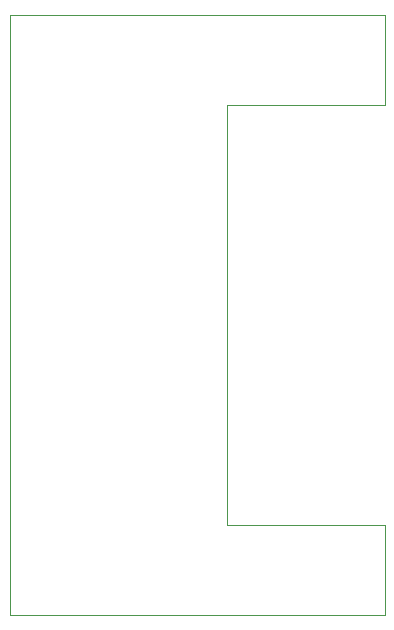
<source format=gbr>
%TF.GenerationSoftware,KiCad,Pcbnew,(5.1.10)-1*%
%TF.CreationDate,2021-09-08T17:33:34-04:00*%
%TF.ProjectId,BreadboardPowerSupplyLee,42726561-6462-46f6-9172-64506f776572,0.0.1*%
%TF.SameCoordinates,Original*%
%TF.FileFunction,Profile,NP*%
%FSLAX46Y46*%
G04 Gerber Fmt 4.6, Leading zero omitted, Abs format (unit mm)*
G04 Created by KiCad (PCBNEW (5.1.10)-1) date 2021-09-08 17:33:34*
%MOMM*%
%LPD*%
G01*
G04 APERTURE LIST*
%TA.AperFunction,Profile*%
%ADD10C,0.050000*%
%TD*%
G04 APERTURE END LIST*
D10*
X165100000Y-139700000D02*
X165100000Y-132080000D01*
X165100000Y-96520000D02*
X165100000Y-88900000D01*
X151765000Y-132080000D02*
X151765000Y-96520000D01*
X165100000Y-132080000D02*
X151765000Y-132080000D01*
X165100000Y-96520000D02*
X151765000Y-96520000D01*
X133350000Y-88900000D02*
X133350000Y-139700000D01*
X165100000Y-139700000D02*
X133350000Y-139700000D01*
X133350000Y-88900000D02*
X165100000Y-88900000D01*
M02*

</source>
